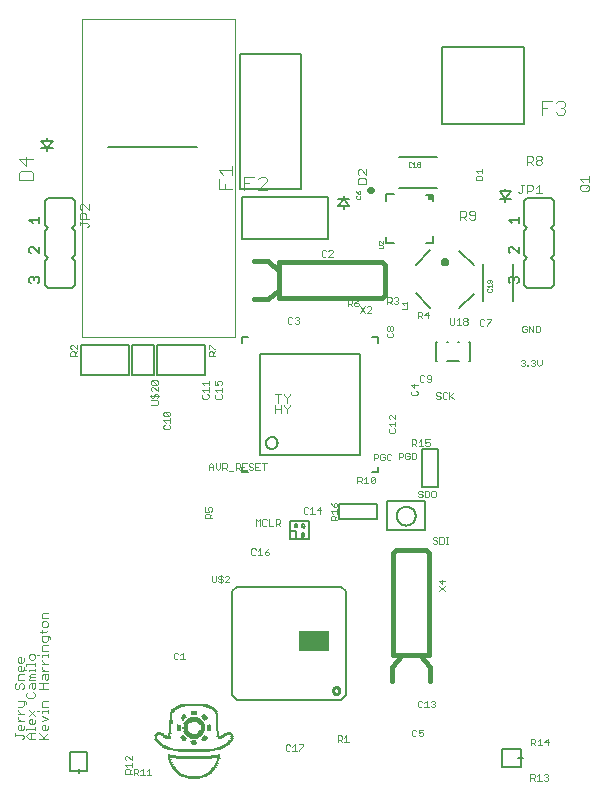
<source format=gto>
G75*
G70*
%OFA0B0*%
%FSLAX24Y24*%
%IPPOS*%
%LPD*%
%AMOC8*
5,1,8,0,0,1.08239X$1,22.5*
%
%ADD10R,0.1020X0.0660*%
%ADD11C,0.0030*%
%ADD12R,0.0420X0.0030*%
%ADD13R,0.0600X0.0030*%
%ADD14R,0.0750X0.0030*%
%ADD15R,0.0270X0.0030*%
%ADD16R,0.0240X0.0030*%
%ADD17R,0.0210X0.0030*%
%ADD18R,0.0180X0.0030*%
%ADD19R,0.0150X0.0030*%
%ADD20R,0.0120X0.0030*%
%ADD21R,0.0090X0.0030*%
%ADD22R,0.1230X0.0030*%
%ADD23R,0.1740X0.0030*%
%ADD24R,0.0300X0.0030*%
%ADD25R,0.1050X0.0030*%
%ADD26R,0.1410X0.0030*%
%ADD27R,0.1650X0.0030*%
%ADD28R,0.0060X0.0030*%
%ADD29R,0.0360X0.0030*%
%ADD30R,0.0450X0.0030*%
%ADD31R,0.0540X0.0030*%
%ADD32R,0.0030X0.0030*%
%ADD33R,0.0570X0.0030*%
%ADD34R,0.0330X0.0030*%
%ADD35R,0.0480X0.0030*%
%ADD36R,0.0390X0.0030*%
%ADD37R,0.1080X0.0030*%
%ADD38R,0.0930X0.0030*%
%ADD39R,0.0660X0.0030*%
%ADD40C,0.0060*%
%ADD41C,0.0020*%
%ADD42C,0.0050*%
%ADD43C,0.0100*%
%ADD44C,0.0080*%
%ADD45C,0.0160*%
%ADD46C,0.0040*%
%ADD47C,0.0220*%
%ADD48C,0.0010*%
%ADD49R,0.0177X0.0167*%
%ADD50C,0.0157*%
%ADD51C,0.0000*%
D10*
X013178Y010349D03*
D11*
X012267Y017926D02*
X012267Y018071D01*
X012364Y018167D01*
X012364Y018216D01*
X012267Y018286D02*
X012267Y018431D01*
X012364Y018527D01*
X012364Y018576D01*
X012267Y018431D02*
X012171Y018527D01*
X012171Y018576D01*
X012069Y018576D02*
X011876Y018576D01*
X011973Y018576D02*
X011973Y018286D01*
X012069Y018216D02*
X012069Y017926D01*
X012069Y018071D02*
X011876Y018071D01*
X011876Y017926D02*
X011876Y018216D01*
X012171Y018216D02*
X012171Y018167D01*
X012267Y018071D01*
X014626Y025576D02*
X014626Y025721D01*
X014674Y025770D01*
X014868Y025770D01*
X014916Y025721D01*
X014916Y025576D01*
X014626Y025576D01*
X014674Y025871D02*
X014626Y025919D01*
X014626Y026016D01*
X014674Y026064D01*
X014722Y026064D01*
X014916Y025871D01*
X014916Y026064D01*
X018046Y024676D02*
X018046Y024386D01*
X018046Y024482D02*
X018191Y024482D01*
X018239Y024531D01*
X018239Y024627D01*
X018191Y024676D01*
X018046Y024676D01*
X018143Y024482D02*
X018239Y024386D01*
X018341Y024434D02*
X018389Y024386D01*
X018486Y024386D01*
X018534Y024434D01*
X018534Y024627D01*
X018486Y024676D01*
X018389Y024676D01*
X018341Y024627D01*
X018341Y024579D01*
X018389Y024531D01*
X018534Y024531D01*
X019972Y025304D02*
X020020Y025256D01*
X020069Y025256D01*
X020117Y025304D01*
X020117Y025546D01*
X020069Y025546D02*
X020165Y025546D01*
X020267Y025546D02*
X020412Y025546D01*
X020460Y025497D01*
X020460Y025401D01*
X020412Y025352D01*
X020267Y025352D01*
X020267Y025256D02*
X020267Y025546D01*
X020561Y025449D02*
X020658Y025546D01*
X020658Y025256D01*
X020561Y025256D02*
X020755Y025256D01*
X020706Y026216D02*
X020609Y026216D01*
X020561Y026264D01*
X020561Y026312D01*
X020609Y026361D01*
X020706Y026361D01*
X020754Y026312D01*
X020754Y026264D01*
X020706Y026216D01*
X020706Y026361D02*
X020754Y026409D01*
X020754Y026457D01*
X020706Y026506D01*
X020609Y026506D01*
X020561Y026457D01*
X020561Y026409D01*
X020609Y026361D01*
X020459Y026361D02*
X020411Y026312D01*
X020266Y026312D01*
X020266Y026216D02*
X020266Y026506D01*
X020411Y026506D01*
X020459Y026457D01*
X020459Y026361D01*
X020363Y026312D02*
X020459Y026216D01*
X022046Y025738D02*
X022336Y025738D01*
X022336Y025834D02*
X022336Y025641D01*
X022336Y025540D02*
X022239Y025443D01*
X022336Y025395D02*
X022288Y025346D01*
X022094Y025346D01*
X022046Y025395D01*
X022046Y025491D01*
X022094Y025540D01*
X022288Y025540D01*
X022336Y025491D01*
X022336Y025395D01*
X022142Y025641D02*
X022046Y025738D01*
X005656Y024904D02*
X005656Y024711D01*
X005462Y024904D01*
X005414Y024904D01*
X005366Y024856D01*
X005366Y024759D01*
X005414Y024711D01*
X005414Y024610D02*
X005511Y024610D01*
X005559Y024561D01*
X005559Y024416D01*
X005656Y024416D02*
X005366Y024416D01*
X005366Y024561D01*
X005414Y024610D01*
X005366Y024315D02*
X005366Y024218D01*
X005366Y024267D02*
X005608Y024267D01*
X005656Y024218D01*
X005656Y024170D01*
X005608Y024122D01*
X004286Y011286D02*
X004141Y011286D01*
X004092Y011237D01*
X004092Y011092D01*
X004286Y011092D01*
X004238Y010991D02*
X004141Y010991D01*
X004092Y010943D01*
X004092Y010846D01*
X004141Y010798D01*
X004238Y010798D01*
X004286Y010846D01*
X004286Y010943D01*
X004238Y010991D01*
X004286Y010698D02*
X004238Y010650D01*
X004044Y010650D01*
X004092Y010698D02*
X004092Y010601D01*
X004092Y010500D02*
X004092Y010355D01*
X004141Y010307D01*
X004238Y010307D01*
X004286Y010355D01*
X004286Y010500D01*
X004334Y010500D02*
X004092Y010500D01*
X004334Y010500D02*
X004383Y010452D01*
X004383Y010403D01*
X004286Y010205D02*
X004141Y010205D01*
X004092Y010157D01*
X004092Y010012D01*
X004286Y010012D01*
X004286Y009912D02*
X004286Y009816D01*
X004286Y009864D02*
X004092Y009864D01*
X004092Y009816D01*
X004092Y009715D02*
X004092Y009667D01*
X004189Y009570D01*
X004286Y009570D02*
X004092Y009570D01*
X004092Y009470D02*
X004092Y009421D01*
X004189Y009324D01*
X004286Y009324D02*
X004092Y009324D01*
X004141Y009223D02*
X004286Y009223D01*
X004286Y009078D01*
X004238Y009030D01*
X004189Y009078D01*
X004189Y009223D01*
X004141Y009223D02*
X004092Y009175D01*
X004092Y009078D01*
X004141Y008929D02*
X004141Y008735D01*
X004286Y008735D02*
X003996Y008735D01*
X003866Y008784D02*
X003818Y008735D01*
X003769Y008784D01*
X003769Y008929D01*
X003721Y008929D02*
X003866Y008929D01*
X003866Y008784D01*
X003818Y008634D02*
X003866Y008586D01*
X003866Y008489D01*
X003818Y008441D01*
X003624Y008441D01*
X003576Y008489D01*
X003576Y008586D01*
X003624Y008634D01*
X003672Y008784D02*
X003672Y008880D01*
X003721Y008929D01*
X003672Y009030D02*
X003672Y009078D01*
X003721Y009127D01*
X003672Y009175D01*
X003721Y009223D01*
X003866Y009223D01*
X003866Y009127D02*
X003721Y009127D01*
X003672Y009030D02*
X003866Y009030D01*
X003996Y008929D02*
X004286Y008929D01*
X003866Y009324D02*
X003866Y009421D01*
X003866Y009373D02*
X003672Y009373D01*
X003672Y009324D01*
X003576Y009373D02*
X003527Y009373D01*
X003486Y009373D02*
X003438Y009324D01*
X003341Y009324D01*
X003292Y009373D01*
X003292Y009470D01*
X003341Y009518D01*
X003389Y009518D01*
X003389Y009324D01*
X003486Y009373D02*
X003486Y009470D01*
X003576Y009521D02*
X003576Y009569D01*
X003866Y009569D01*
X003866Y009521D02*
X003866Y009618D01*
X003818Y009717D02*
X003866Y009766D01*
X003866Y009862D01*
X003818Y009911D01*
X003721Y009911D01*
X003672Y009862D01*
X003672Y009766D01*
X003721Y009717D01*
X003818Y009717D01*
X003947Y009864D02*
X003996Y009864D01*
X003486Y009764D02*
X003486Y009667D01*
X003438Y009619D01*
X003341Y009619D01*
X003292Y009667D01*
X003292Y009764D01*
X003341Y009813D01*
X003389Y009813D01*
X003389Y009619D01*
X003341Y009223D02*
X003486Y009223D01*
X003341Y009223D02*
X003292Y009175D01*
X003292Y009030D01*
X003486Y009030D01*
X003438Y008929D02*
X003486Y008880D01*
X003486Y008784D01*
X003438Y008735D01*
X003341Y008784D02*
X003341Y008880D01*
X003389Y008929D01*
X003438Y008929D01*
X003341Y008784D02*
X003292Y008735D01*
X003244Y008735D01*
X003196Y008784D01*
X003196Y008880D01*
X003244Y008929D01*
X003292Y008339D02*
X003534Y008339D01*
X003583Y008291D01*
X003583Y008243D01*
X003486Y008194D02*
X003486Y008339D01*
X003486Y008194D02*
X003438Y008146D01*
X003292Y008146D01*
X003292Y008045D02*
X003292Y007997D01*
X003389Y007900D01*
X003486Y007900D02*
X003292Y007900D01*
X003292Y007800D02*
X003292Y007752D01*
X003389Y007655D01*
X003486Y007655D02*
X003292Y007655D01*
X003341Y007554D02*
X003292Y007505D01*
X003292Y007409D01*
X003341Y007360D01*
X003438Y007360D01*
X003486Y007409D01*
X003486Y007505D01*
X003389Y007554D02*
X003389Y007360D01*
X003438Y007211D02*
X003196Y007211D01*
X003196Y007259D02*
X003196Y007162D01*
X003438Y007211D02*
X003486Y007162D01*
X003486Y007114D01*
X003438Y007066D01*
X003576Y007162D02*
X003672Y007259D01*
X003866Y007259D01*
X003866Y007360D02*
X003866Y007457D01*
X003866Y007409D02*
X003576Y007409D01*
X003576Y007360D01*
X003721Y007259D02*
X003721Y007066D01*
X003672Y007066D02*
X003576Y007162D01*
X003672Y007066D02*
X003866Y007066D01*
X003996Y007066D02*
X004286Y007066D01*
X004189Y007066D02*
X003996Y007259D01*
X004141Y007360D02*
X004092Y007409D01*
X004092Y007505D01*
X004141Y007554D01*
X004189Y007554D01*
X004189Y007360D01*
X004141Y007360D02*
X004238Y007360D01*
X004286Y007409D01*
X004286Y007505D01*
X004092Y007655D02*
X004286Y007752D01*
X004092Y007848D01*
X004092Y007949D02*
X004092Y007998D01*
X004286Y007998D01*
X004286Y008046D02*
X004286Y007949D01*
X004286Y008146D02*
X004092Y008146D01*
X004092Y008291D01*
X004141Y008339D01*
X004286Y008339D01*
X003996Y007998D02*
X003947Y007998D01*
X003866Y008045D02*
X003672Y007851D01*
X003721Y007750D02*
X003769Y007750D01*
X003769Y007557D01*
X003721Y007557D02*
X003672Y007605D01*
X003672Y007702D01*
X003721Y007750D01*
X003866Y007702D02*
X003866Y007605D01*
X003818Y007557D01*
X003721Y007557D01*
X003866Y007851D02*
X003672Y008045D01*
X003389Y007554D02*
X003341Y007554D01*
X004141Y007114D02*
X004286Y007259D01*
D12*
X008456Y006721D03*
X009176Y005731D03*
X009866Y006721D03*
D13*
X009176Y005761D03*
X009176Y007651D03*
D14*
X009161Y005791D03*
D15*
X008861Y005821D03*
X008441Y006511D03*
X008261Y007141D03*
X008021Y007231D03*
X009161Y007771D03*
D16*
X008966Y007621D03*
X008966Y007231D03*
X009176Y007081D03*
X009716Y008101D03*
X010316Y007231D03*
X010076Y006781D03*
X009476Y005821D03*
X008786Y005851D03*
X008246Y006781D03*
X008276Y007111D03*
D17*
X008831Y007081D03*
X008831Y007771D03*
X008621Y008101D03*
X008561Y008071D03*
X009371Y007621D03*
X009401Y007591D03*
X009521Y007771D03*
X009401Y007261D03*
X009371Y007231D03*
X009521Y007081D03*
X009161Y006931D03*
X009161Y006901D03*
X010061Y007111D03*
X010181Y007171D03*
X010151Y006811D03*
X009551Y005851D03*
D18*
X009596Y005881D03*
X009656Y005911D03*
X010196Y006841D03*
X010256Y006871D03*
X009536Y007111D03*
X009506Y007051D03*
X009416Y007291D03*
X009446Y007351D03*
X009446Y007531D03*
X009416Y007561D03*
X009536Y007741D03*
X009506Y007801D03*
X009176Y007861D03*
X009176Y007891D03*
X009176Y007921D03*
X009176Y007951D03*
X009176Y007981D03*
X008936Y007591D03*
X008906Y007561D03*
X008876Y007441D03*
X008876Y007411D03*
X008906Y007321D03*
X008906Y007291D03*
X008936Y007261D03*
X008816Y007111D03*
X009146Y006961D03*
X008726Y005881D03*
X008186Y006811D03*
X008126Y006841D03*
X008306Y007081D03*
X008156Y007171D03*
X008516Y008041D03*
X009776Y008071D03*
D19*
X009821Y008041D03*
X009671Y007441D03*
X009461Y007441D03*
X009461Y007471D03*
X009461Y007501D03*
X009461Y007411D03*
X009461Y007381D03*
X009431Y007321D03*
X009161Y006991D03*
X009161Y006871D03*
X008891Y007351D03*
X008891Y007381D03*
X008891Y007471D03*
X008891Y007501D03*
X008891Y007531D03*
X008681Y007501D03*
X008681Y007471D03*
X008681Y007441D03*
X008681Y007411D03*
X008681Y007381D03*
X008831Y007051D03*
X008801Y007741D03*
X008831Y007801D03*
X008471Y008011D03*
X008051Y006901D03*
X008081Y006871D03*
X008651Y005941D03*
X008681Y005911D03*
X009701Y005941D03*
X009731Y005971D03*
X009761Y006001D03*
X009791Y006031D03*
X010301Y006901D03*
X010331Y006931D03*
X010361Y006961D03*
X010331Y007261D03*
X010031Y007081D03*
D20*
X010376Y006991D03*
X010406Y007021D03*
X010436Y007081D03*
X010436Y007141D03*
X009986Y006421D03*
X009926Y006241D03*
X009896Y006181D03*
X009866Y006121D03*
X009836Y006091D03*
X009806Y006061D03*
X009506Y007021D03*
X009536Y007141D03*
X009656Y007351D03*
X009656Y007381D03*
X009656Y007411D03*
X009656Y007471D03*
X009656Y007501D03*
X009536Y007711D03*
X009506Y007831D03*
X009866Y008011D03*
X009896Y007981D03*
X008846Y007831D03*
X008456Y007981D03*
X008426Y007951D03*
X008396Y007681D03*
X008396Y007651D03*
X008396Y007621D03*
X008396Y007591D03*
X008396Y007561D03*
X008366Y007231D03*
X008006Y007261D03*
X007916Y007171D03*
X007916Y007051D03*
X007946Y006991D03*
X007976Y006961D03*
X008006Y006931D03*
X008366Y006361D03*
X008396Y006271D03*
X008426Y006211D03*
X008456Y006151D03*
X008486Y006091D03*
X008516Y006061D03*
X008546Y006031D03*
X008576Y006001D03*
X008606Y005971D03*
X008846Y007021D03*
X008816Y007141D03*
X008666Y007351D03*
D21*
X008381Y007351D03*
X008381Y007381D03*
X008381Y007411D03*
X008381Y007441D03*
X008381Y007471D03*
X008381Y007501D03*
X008381Y007531D03*
X008411Y007711D03*
X008411Y007741D03*
X008411Y007771D03*
X008411Y007801D03*
X008411Y007831D03*
X008411Y007861D03*
X008411Y007891D03*
X008411Y007921D03*
X008801Y007711D03*
X008381Y007321D03*
X008381Y007291D03*
X008381Y007261D03*
X008351Y007201D03*
X008351Y007171D03*
X007931Y007021D03*
X007901Y007081D03*
X007901Y007111D03*
X007901Y007141D03*
X008351Y006541D03*
X008351Y006421D03*
X008351Y006391D03*
X008381Y006331D03*
X008381Y006301D03*
X008411Y006241D03*
X008441Y006181D03*
X008471Y006121D03*
X009881Y006151D03*
X009911Y006211D03*
X009941Y006271D03*
X009941Y006301D03*
X009971Y006331D03*
X009971Y006361D03*
X009971Y006391D03*
X010001Y006541D03*
X009971Y007171D03*
X009971Y007201D03*
X009971Y007231D03*
X009971Y007261D03*
X009971Y007291D03*
X009971Y007321D03*
X009941Y007351D03*
X009941Y007381D03*
X009941Y007411D03*
X009941Y007441D03*
X009941Y007471D03*
X009941Y007501D03*
X009941Y007531D03*
X009941Y007561D03*
X009941Y007591D03*
X009941Y007621D03*
X009941Y007651D03*
X009941Y007681D03*
X009941Y007711D03*
X009941Y007741D03*
X009941Y007771D03*
X009941Y007801D03*
X009941Y007831D03*
X009941Y007861D03*
X009941Y007891D03*
X009911Y007921D03*
X009911Y007951D03*
X010421Y007171D03*
X010451Y007111D03*
X010421Y007051D03*
D22*
X009161Y006421D03*
D23*
X009176Y006451D03*
X009176Y006481D03*
D24*
X009896Y006511D03*
X009986Y006751D03*
X010076Y007141D03*
X009626Y008131D03*
X008726Y008131D03*
X008036Y007201D03*
X008336Y006751D03*
D25*
X009161Y006631D03*
D26*
X009161Y006661D03*
D27*
X009161Y006691D03*
D28*
X009506Y006991D03*
X008846Y006991D03*
X008816Y007171D03*
X008816Y007681D03*
X008846Y007861D03*
X009506Y007861D03*
D29*
X009176Y007111D03*
D30*
X009161Y007141D03*
D31*
X009176Y007171D03*
X009176Y007681D03*
D32*
X009521Y007681D03*
X009701Y007531D03*
X009521Y007171D03*
X008651Y007531D03*
D33*
X009161Y007201D03*
D34*
X010301Y007201D03*
D35*
X009176Y007711D03*
D36*
X009161Y007741D03*
D37*
X009176Y008161D03*
D38*
X009161Y008191D03*
D39*
X009176Y008221D03*
D40*
X017239Y019655D02*
X017276Y019655D01*
X017239Y019655D02*
X017239Y020293D01*
X017276Y020293D01*
X017593Y020293D02*
X017631Y020293D01*
X017967Y020293D02*
X018005Y020293D01*
X018322Y020293D02*
X018359Y020293D01*
X018359Y019655D01*
X018322Y019655D01*
X018005Y019655D02*
X017593Y019655D01*
X020181Y022191D02*
X020281Y022091D01*
X021081Y022091D01*
X021181Y022191D01*
X021181Y022991D01*
X021081Y023091D01*
X021181Y023191D01*
X021181Y023991D01*
X021081Y024091D01*
X021181Y024191D01*
X021181Y024991D01*
X021081Y025091D01*
X020281Y025091D01*
X020181Y024991D01*
X020181Y024191D01*
X020281Y024091D01*
X020181Y023991D01*
X020181Y023191D01*
X020281Y023091D01*
X020181Y022991D01*
X020181Y022191D01*
X009281Y026791D02*
X006311Y026791D01*
X005101Y025091D02*
X005201Y024991D01*
X005201Y024191D01*
X005101Y024091D01*
X005201Y023991D01*
X005201Y023191D01*
X005101Y023091D01*
X005201Y022991D01*
X005201Y022191D01*
X005101Y022091D01*
X004301Y022091D01*
X004201Y022191D01*
X004201Y022991D01*
X004301Y023091D01*
X004201Y023191D01*
X004201Y023991D01*
X004301Y024091D01*
X004201Y024191D01*
X004201Y024991D01*
X004301Y025091D01*
X005101Y025091D01*
D41*
X005086Y020212D02*
X005050Y020175D01*
X005050Y020102D01*
X005086Y020065D01*
X005086Y019991D02*
X005160Y019991D01*
X005196Y019954D01*
X005196Y019844D01*
X005196Y019917D02*
X005270Y019991D01*
X005270Y020065D02*
X005123Y020212D01*
X005086Y020212D01*
X005270Y020212D02*
X005270Y020065D01*
X005086Y019991D02*
X005050Y019954D01*
X005050Y019844D01*
X005270Y019844D01*
X007740Y018986D02*
X007777Y019023D01*
X007923Y018876D01*
X007960Y018913D01*
X007960Y018986D01*
X007923Y019023D01*
X007777Y019023D01*
X007740Y018986D02*
X007740Y018913D01*
X007777Y018876D01*
X007923Y018876D01*
X007960Y018802D02*
X007960Y018655D01*
X007813Y018802D01*
X007777Y018802D01*
X007740Y018765D01*
X007740Y018692D01*
X007777Y018655D01*
X007777Y018581D02*
X007740Y018544D01*
X007740Y018471D01*
X007777Y018434D01*
X007813Y018434D01*
X007850Y018471D01*
X007850Y018544D01*
X007887Y018581D01*
X007923Y018581D01*
X007960Y018544D01*
X007960Y018471D01*
X007923Y018434D01*
X007923Y018360D02*
X007740Y018360D01*
X007740Y018213D02*
X007923Y018213D01*
X007960Y018250D01*
X007960Y018323D01*
X007923Y018360D01*
X007997Y018507D02*
X007703Y018507D01*
X008185Y017982D02*
X008332Y017835D01*
X008369Y017872D01*
X008369Y017945D01*
X008332Y017982D01*
X008185Y017982D01*
X008149Y017945D01*
X008149Y017872D01*
X008185Y017835D01*
X008332Y017835D01*
X008369Y017761D02*
X008369Y017614D01*
X008369Y017688D02*
X008149Y017688D01*
X008222Y017614D01*
X008185Y017540D02*
X008149Y017503D01*
X008149Y017430D01*
X008185Y017393D01*
X008332Y017393D01*
X008369Y017430D01*
X008369Y017503D01*
X008332Y017540D01*
X009434Y018457D02*
X009470Y018420D01*
X009617Y018420D01*
X009654Y018457D01*
X009654Y018531D01*
X009617Y018567D01*
X009654Y018641D02*
X009654Y018788D01*
X009654Y018715D02*
X009434Y018715D01*
X009507Y018641D01*
X009470Y018567D02*
X009434Y018531D01*
X009434Y018457D01*
X009507Y018862D02*
X009434Y018936D01*
X009654Y018936D01*
X009654Y019009D02*
X009654Y018862D01*
X009869Y018856D02*
X009979Y018856D01*
X009942Y018929D01*
X009942Y018966D01*
X009979Y019002D01*
X010052Y019002D01*
X010089Y018966D01*
X010089Y018892D01*
X010052Y018856D01*
X010089Y018781D02*
X010089Y018635D01*
X010089Y018708D02*
X009869Y018708D01*
X009942Y018635D01*
X009905Y018560D02*
X009869Y018524D01*
X009869Y018450D01*
X009905Y018414D01*
X010052Y018414D01*
X010089Y018450D01*
X010089Y018524D01*
X010052Y018560D01*
X009869Y018856D02*
X009869Y019002D01*
X009874Y019844D02*
X009654Y019844D01*
X009654Y019954D01*
X009691Y019991D01*
X009764Y019991D01*
X009801Y019954D01*
X009801Y019844D01*
X009801Y019917D02*
X009874Y019991D01*
X009874Y020065D02*
X009838Y020065D01*
X009691Y020212D01*
X009654Y020212D01*
X009654Y020065D01*
X012304Y020951D02*
X012340Y020915D01*
X012414Y020915D01*
X012450Y020951D01*
X012525Y020951D02*
X012561Y020915D01*
X012635Y020915D01*
X012671Y020951D01*
X012671Y020988D01*
X012635Y021025D01*
X012598Y021025D01*
X012635Y021025D02*
X012671Y021061D01*
X012671Y021098D01*
X012635Y021135D01*
X012561Y021135D01*
X012525Y021098D01*
X012450Y021098D02*
X012414Y021135D01*
X012340Y021135D01*
X012304Y021098D01*
X012304Y020951D01*
X013466Y023147D02*
X013429Y023184D01*
X013429Y023330D01*
X013466Y023367D01*
X013539Y023367D01*
X013576Y023330D01*
X013650Y023330D02*
X013687Y023367D01*
X013760Y023367D01*
X013797Y023330D01*
X013797Y023294D01*
X013650Y023147D01*
X013797Y023147D01*
X013576Y023184D02*
X013539Y023147D01*
X013466Y023147D01*
X014291Y021721D02*
X014401Y021721D01*
X014438Y021684D01*
X014438Y021611D01*
X014401Y021574D01*
X014291Y021574D01*
X014364Y021574D02*
X014438Y021501D01*
X014512Y021537D02*
X014512Y021611D01*
X014622Y021611D01*
X014659Y021574D01*
X014659Y021537D01*
X014622Y021501D01*
X014549Y021501D01*
X014512Y021537D01*
X014512Y021611D02*
X014585Y021684D01*
X014659Y021721D01*
X014716Y021493D02*
X014863Y021273D01*
X014937Y021273D02*
X015084Y021419D01*
X015084Y021456D01*
X015047Y021493D01*
X014974Y021493D01*
X014937Y021456D01*
X014863Y021493D02*
X014716Y021273D01*
X014937Y021273D02*
X015084Y021273D01*
X015605Y021574D02*
X015605Y021794D01*
X015715Y021794D01*
X015752Y021758D01*
X015752Y021684D01*
X015715Y021648D01*
X015605Y021648D01*
X015678Y021648D02*
X015752Y021574D01*
X015826Y021611D02*
X015862Y021574D01*
X015936Y021574D01*
X015973Y021611D01*
X015973Y021648D01*
X015936Y021684D01*
X015899Y021684D01*
X015936Y021684D02*
X015973Y021721D01*
X015973Y021758D01*
X015936Y021794D01*
X015862Y021794D01*
X015826Y021758D01*
X016626Y021313D02*
X016626Y021093D01*
X016626Y021166D02*
X016736Y021166D01*
X016773Y021203D01*
X016773Y021276D01*
X016736Y021313D01*
X016626Y021313D01*
X016700Y021166D02*
X016773Y021093D01*
X016847Y021203D02*
X016994Y021203D01*
X016957Y021313D02*
X016847Y021203D01*
X016957Y021093D02*
X016957Y021313D01*
X017699Y021104D02*
X017699Y020920D01*
X017736Y020884D01*
X017809Y020884D01*
X017846Y020920D01*
X017846Y021104D01*
X017920Y021031D02*
X017994Y021104D01*
X017994Y020884D01*
X018067Y020884D02*
X017920Y020884D01*
X018141Y020920D02*
X018141Y020957D01*
X018178Y020994D01*
X018251Y020994D01*
X018288Y020957D01*
X018288Y020920D01*
X018251Y020884D01*
X018178Y020884D01*
X018141Y020920D01*
X018178Y020994D02*
X018141Y021031D01*
X018141Y021067D01*
X018178Y021104D01*
X018251Y021104D01*
X018288Y021067D01*
X018288Y021031D01*
X018251Y020994D01*
X018699Y021028D02*
X018699Y020881D01*
X018735Y020844D01*
X018809Y020844D01*
X018846Y020881D01*
X018920Y020881D02*
X018920Y020844D01*
X018920Y020881D02*
X019066Y021028D01*
X019066Y021065D01*
X018920Y021065D01*
X018846Y021028D02*
X018809Y021065D01*
X018735Y021065D01*
X018699Y021028D01*
X020115Y020807D02*
X020115Y020660D01*
X020152Y020624D01*
X020225Y020624D01*
X020262Y020660D01*
X020262Y020734D01*
X020189Y020734D01*
X020262Y020807D02*
X020225Y020844D01*
X020152Y020844D01*
X020115Y020807D01*
X020336Y020844D02*
X020483Y020624D01*
X020483Y020844D01*
X020557Y020844D02*
X020667Y020844D01*
X020704Y020807D01*
X020704Y020660D01*
X020667Y020624D01*
X020557Y020624D01*
X020557Y020844D01*
X020336Y020844D02*
X020336Y020624D01*
X020421Y019712D02*
X020495Y019712D01*
X020531Y019675D01*
X020531Y019639D01*
X020495Y019602D01*
X020531Y019565D01*
X020531Y019529D01*
X020495Y019492D01*
X020421Y019492D01*
X020385Y019529D01*
X020311Y019529D02*
X020311Y019492D01*
X020274Y019492D01*
X020274Y019529D01*
X020311Y019529D01*
X020200Y019529D02*
X020163Y019492D01*
X020090Y019492D01*
X020053Y019529D01*
X020127Y019602D02*
X020163Y019602D01*
X020200Y019565D01*
X020200Y019529D01*
X020163Y019602D02*
X020200Y019639D01*
X020200Y019675D01*
X020163Y019712D01*
X020090Y019712D01*
X020053Y019675D01*
X020385Y019675D02*
X020421Y019712D01*
X020458Y019602D02*
X020495Y019602D01*
X020606Y019565D02*
X020679Y019492D01*
X020752Y019565D01*
X020752Y019712D01*
X020606Y019712D02*
X020606Y019565D01*
X017827Y018629D02*
X017680Y018483D01*
X017717Y018519D02*
X017827Y018409D01*
X017680Y018409D02*
X017680Y018629D01*
X017606Y018593D02*
X017569Y018629D01*
X017496Y018629D01*
X017459Y018593D01*
X017459Y018446D01*
X017496Y018409D01*
X017569Y018409D01*
X017606Y018446D01*
X017385Y018446D02*
X017348Y018409D01*
X017275Y018409D01*
X017238Y018446D01*
X017275Y018519D02*
X017238Y018556D01*
X017238Y018593D01*
X017275Y018629D01*
X017348Y018629D01*
X017385Y018593D01*
X017348Y018519D02*
X017385Y018483D01*
X017385Y018446D01*
X017348Y018519D02*
X017275Y018519D01*
X017033Y018973D02*
X017069Y019010D01*
X017069Y019157D01*
X017033Y019194D01*
X016959Y019194D01*
X016922Y019157D01*
X016922Y019120D01*
X016959Y019083D01*
X017069Y019083D01*
X017033Y018973D02*
X016959Y018973D01*
X016922Y019010D01*
X016848Y019010D02*
X016812Y018973D01*
X016738Y018973D01*
X016701Y019010D01*
X016701Y019157D01*
X016738Y019194D01*
X016812Y019194D01*
X016848Y019157D01*
X016619Y018866D02*
X016399Y018866D01*
X016509Y018756D01*
X016509Y018902D01*
X016582Y018681D02*
X016619Y018645D01*
X016619Y018571D01*
X016582Y018535D01*
X016435Y018535D01*
X016399Y018571D01*
X016399Y018645D01*
X016435Y018681D01*
X015884Y017871D02*
X015884Y017724D01*
X015737Y017871D01*
X015700Y017871D01*
X015664Y017834D01*
X015664Y017761D01*
X015700Y017724D01*
X015664Y017576D02*
X015884Y017576D01*
X015884Y017503D02*
X015884Y017650D01*
X015737Y017503D02*
X015664Y017576D01*
X015700Y017429D02*
X015664Y017392D01*
X015664Y017319D01*
X015700Y017282D01*
X015847Y017282D01*
X015884Y017319D01*
X015884Y017392D01*
X015847Y017429D01*
X016434Y017057D02*
X016434Y016837D01*
X016434Y016910D02*
X016544Y016910D01*
X016581Y016947D01*
X016581Y017021D01*
X016544Y017057D01*
X016434Y017057D01*
X016508Y016910D02*
X016581Y016837D01*
X016655Y016837D02*
X016802Y016837D01*
X016729Y016837D02*
X016729Y017057D01*
X016655Y016984D01*
X016876Y016947D02*
X016950Y016984D01*
X016986Y016984D01*
X017023Y016947D01*
X017023Y016874D01*
X016986Y016837D01*
X016913Y016837D01*
X016876Y016874D01*
X016876Y016947D02*
X016876Y017057D01*
X017023Y017057D01*
X016537Y016618D02*
X016573Y016581D01*
X016573Y016434D01*
X016537Y016398D01*
X016427Y016398D01*
X016427Y016618D01*
X016537Y016618D01*
X016352Y016581D02*
X016316Y016618D01*
X016242Y016618D01*
X016206Y016581D01*
X016206Y016434D01*
X016242Y016398D01*
X016316Y016398D01*
X016352Y016434D01*
X016352Y016508D01*
X016279Y016508D01*
X016131Y016508D02*
X016095Y016471D01*
X015985Y016471D01*
X015985Y016398D02*
X015985Y016618D01*
X016095Y016618D01*
X016131Y016581D01*
X016131Y016508D01*
X015747Y016542D02*
X015710Y016578D01*
X015637Y016578D01*
X015600Y016542D01*
X015600Y016395D01*
X015637Y016358D01*
X015710Y016358D01*
X015747Y016395D01*
X015526Y016395D02*
X015526Y016468D01*
X015452Y016468D01*
X015379Y016395D02*
X015416Y016358D01*
X015489Y016358D01*
X015526Y016395D01*
X015526Y016542D02*
X015489Y016578D01*
X015416Y016578D01*
X015379Y016542D01*
X015379Y016395D01*
X015305Y016468D02*
X015268Y016432D01*
X015158Y016432D01*
X015158Y016358D02*
X015158Y016578D01*
X015268Y016578D01*
X015305Y016542D01*
X015305Y016468D01*
X015166Y015810D02*
X015203Y015773D01*
X015056Y015626D01*
X015093Y015590D01*
X015166Y015590D01*
X015203Y015626D01*
X015203Y015773D01*
X015166Y015810D02*
X015093Y015810D01*
X015056Y015773D01*
X015056Y015626D01*
X014982Y015590D02*
X014835Y015590D01*
X014761Y015590D02*
X014688Y015663D01*
X014725Y015663D02*
X014614Y015663D01*
X014614Y015590D02*
X014614Y015810D01*
X014725Y015810D01*
X014761Y015773D01*
X014761Y015700D01*
X014725Y015663D01*
X014835Y015737D02*
X014909Y015810D01*
X014909Y015590D01*
X013946Y014913D02*
X013946Y014840D01*
X013910Y014803D01*
X013836Y014803D01*
X013836Y014913D01*
X013873Y014950D01*
X013910Y014950D01*
X013946Y014913D01*
X013836Y014803D02*
X013763Y014876D01*
X013726Y014950D01*
X013726Y014655D02*
X013946Y014655D01*
X013946Y014582D02*
X013946Y014729D01*
X013800Y014582D02*
X013726Y014655D01*
X013763Y014508D02*
X013836Y014508D01*
X013873Y014471D01*
X013873Y014361D01*
X013946Y014361D02*
X013726Y014361D01*
X013726Y014471D01*
X013763Y014508D01*
X013873Y014434D02*
X013946Y014508D01*
X013412Y014690D02*
X013265Y014690D01*
X013375Y014800D01*
X013375Y014580D01*
X013191Y014580D02*
X013044Y014580D01*
X013117Y014580D02*
X013117Y014800D01*
X013044Y014727D01*
X012970Y014764D02*
X012933Y014800D01*
X012860Y014800D01*
X012823Y014764D01*
X012823Y014617D01*
X012860Y014580D01*
X012933Y014580D01*
X012970Y014617D01*
X012036Y014364D02*
X012036Y014291D01*
X011999Y014254D01*
X011889Y014254D01*
X011889Y014181D02*
X011889Y014401D01*
X011999Y014401D01*
X012036Y014364D01*
X011963Y014254D02*
X012036Y014181D01*
X011815Y014181D02*
X011668Y014181D01*
X011668Y014401D01*
X011594Y014364D02*
X011557Y014401D01*
X011484Y014401D01*
X011447Y014364D01*
X011447Y014218D01*
X011484Y014181D01*
X011557Y014181D01*
X011594Y014218D01*
X011373Y014181D02*
X011373Y014401D01*
X011300Y014328D01*
X011226Y014401D01*
X011226Y014181D01*
X011191Y013423D02*
X011118Y013423D01*
X011081Y013386D01*
X011081Y013239D01*
X011118Y013203D01*
X011191Y013203D01*
X011228Y013239D01*
X011302Y013203D02*
X011449Y013203D01*
X011376Y013203D02*
X011376Y013423D01*
X011302Y013349D01*
X011228Y013386D02*
X011191Y013423D01*
X011523Y013313D02*
X011633Y013313D01*
X011670Y013276D01*
X011670Y013239D01*
X011633Y013203D01*
X011560Y013203D01*
X011523Y013239D01*
X011523Y013313D01*
X011596Y013386D01*
X011670Y013423D01*
X010347Y012480D02*
X010311Y012517D01*
X010237Y012517D01*
X010201Y012480D01*
X010126Y012480D02*
X010090Y012517D01*
X010016Y012517D01*
X009980Y012480D01*
X009980Y012443D01*
X010016Y012407D01*
X010090Y012407D01*
X010126Y012370D01*
X010126Y012333D01*
X010090Y012297D01*
X010016Y012297D01*
X009980Y012333D01*
X009905Y012333D02*
X009905Y012517D01*
X009759Y012517D02*
X009759Y012333D01*
X009795Y012297D01*
X009869Y012297D01*
X009905Y012333D01*
X010053Y012260D02*
X010053Y012554D01*
X010201Y012297D02*
X010347Y012443D01*
X010347Y012480D01*
X010347Y012297D02*
X010201Y012297D01*
X009768Y014432D02*
X009548Y014432D01*
X009548Y014542D01*
X009584Y014579D01*
X009658Y014579D01*
X009694Y014542D01*
X009694Y014432D01*
X009694Y014505D02*
X009768Y014579D01*
X009731Y014653D02*
X009768Y014690D01*
X009768Y014763D01*
X009731Y014800D01*
X009658Y014800D01*
X009621Y014763D01*
X009621Y014726D01*
X009658Y014653D01*
X009548Y014653D01*
X009548Y014800D01*
X009671Y016043D02*
X009671Y016190D01*
X009745Y016263D01*
X009818Y016190D01*
X009818Y016043D01*
X009892Y016116D02*
X009966Y016043D01*
X010039Y016116D01*
X010039Y016263D01*
X010113Y016263D02*
X010223Y016263D01*
X010260Y016227D01*
X010260Y016153D01*
X010223Y016116D01*
X010113Y016116D01*
X010113Y016043D02*
X010113Y016263D01*
X010187Y016116D02*
X010260Y016043D01*
X010334Y016006D02*
X010481Y016006D01*
X010555Y016043D02*
X010555Y016263D01*
X010665Y016263D01*
X010702Y016227D01*
X010702Y016153D01*
X010665Y016116D01*
X010555Y016116D01*
X010629Y016116D02*
X010702Y016043D01*
X010776Y016043D02*
X010923Y016043D01*
X010997Y016080D02*
X011034Y016043D01*
X011107Y016043D01*
X011144Y016080D01*
X011144Y016116D01*
X011107Y016153D01*
X011034Y016153D01*
X010997Y016190D01*
X010997Y016227D01*
X011034Y016263D01*
X011107Y016263D01*
X011144Y016227D01*
X011218Y016263D02*
X011218Y016043D01*
X011365Y016043D01*
X011292Y016153D02*
X011218Y016153D01*
X011218Y016263D02*
X011365Y016263D01*
X011439Y016263D02*
X011586Y016263D01*
X011513Y016263D02*
X011513Y016043D01*
X010923Y016263D02*
X010776Y016263D01*
X010776Y016043D01*
X010776Y016153D02*
X010850Y016153D01*
X009892Y016116D02*
X009892Y016263D01*
X009818Y016153D02*
X009671Y016153D01*
X008791Y009949D02*
X008791Y009729D01*
X008718Y009729D02*
X008864Y009729D01*
X008718Y009876D02*
X008791Y009949D01*
X008643Y009912D02*
X008607Y009949D01*
X008533Y009949D01*
X008497Y009912D01*
X008497Y009766D01*
X008533Y009729D01*
X008607Y009729D01*
X008643Y009766D01*
X007098Y006506D02*
X007098Y006359D01*
X006951Y006506D01*
X006914Y006506D01*
X006878Y006470D01*
X006878Y006396D01*
X006914Y006359D01*
X006878Y006212D02*
X007098Y006212D01*
X007098Y006139D02*
X007098Y006285D01*
X006951Y006139D02*
X006878Y006212D01*
X006914Y006064D02*
X006988Y006064D01*
X007025Y006028D01*
X007025Y005918D01*
X007025Y005991D02*
X007098Y006064D01*
X007160Y006076D02*
X007160Y005856D01*
X007160Y005930D02*
X007270Y005930D01*
X007307Y005966D01*
X007307Y006040D01*
X007270Y006076D01*
X007160Y006076D01*
X007233Y005930D02*
X007307Y005856D01*
X007381Y005856D02*
X007528Y005856D01*
X007454Y005856D02*
X007454Y006076D01*
X007381Y006003D01*
X007602Y006003D02*
X007675Y006076D01*
X007675Y005856D01*
X007602Y005856D02*
X007749Y005856D01*
X007098Y005918D02*
X006878Y005918D01*
X006878Y006028D01*
X006914Y006064D01*
X012224Y006708D02*
X012261Y006671D01*
X012334Y006671D01*
X012371Y006708D01*
X012445Y006671D02*
X012592Y006671D01*
X012519Y006671D02*
X012519Y006891D01*
X012445Y006818D01*
X012371Y006854D02*
X012334Y006891D01*
X012261Y006891D01*
X012224Y006854D01*
X012224Y006708D01*
X012666Y006708D02*
X012666Y006671D01*
X012666Y006708D02*
X012813Y006854D01*
X012813Y006891D01*
X012666Y006891D01*
X013953Y006970D02*
X013953Y007190D01*
X014063Y007190D01*
X014100Y007154D01*
X014100Y007080D01*
X014063Y007044D01*
X013953Y007044D01*
X014027Y007044D02*
X014100Y006970D01*
X014174Y006970D02*
X014321Y006970D01*
X014248Y006970D02*
X014248Y007190D01*
X014174Y007117D01*
X016435Y007203D02*
X016472Y007166D01*
X016545Y007166D01*
X016582Y007203D01*
X016656Y007203D02*
X016693Y007166D01*
X016766Y007166D01*
X016803Y007203D01*
X016803Y007276D01*
X016766Y007313D01*
X016729Y007313D01*
X016656Y007276D01*
X016656Y007386D01*
X016803Y007386D01*
X016582Y007349D02*
X016545Y007386D01*
X016472Y007386D01*
X016435Y007349D01*
X016435Y007203D01*
X016661Y008134D02*
X016735Y008134D01*
X016771Y008171D01*
X016846Y008134D02*
X016992Y008134D01*
X016919Y008134D02*
X016919Y008354D01*
X016846Y008281D01*
X016771Y008318D02*
X016735Y008354D01*
X016661Y008354D01*
X016625Y008318D01*
X016625Y008171D01*
X016661Y008134D01*
X017066Y008171D02*
X017103Y008134D01*
X017177Y008134D01*
X017213Y008171D01*
X017213Y008208D01*
X017177Y008244D01*
X017140Y008244D01*
X017177Y008244D02*
X017213Y008281D01*
X017213Y008318D01*
X017177Y008354D01*
X017103Y008354D01*
X017066Y008318D01*
X017321Y012014D02*
X017541Y012161D01*
X017431Y012235D02*
X017431Y012382D01*
X017541Y012346D02*
X017321Y012346D01*
X017431Y012235D01*
X017321Y012161D02*
X017541Y012014D01*
X017570Y013579D02*
X017643Y013579D01*
X017607Y013579D02*
X017607Y013799D01*
X017643Y013799D02*
X017570Y013799D01*
X017496Y013762D02*
X017459Y013799D01*
X017349Y013799D01*
X017349Y013579D01*
X017459Y013579D01*
X017496Y013615D01*
X017496Y013762D01*
X017275Y013762D02*
X017238Y013799D01*
X017165Y013799D01*
X017128Y013762D01*
X017128Y013725D01*
X017165Y013689D01*
X017238Y013689D01*
X017275Y013652D01*
X017275Y013615D01*
X017238Y013579D01*
X017165Y013579D01*
X017128Y013615D01*
X017118Y015130D02*
X017192Y015130D01*
X017229Y015166D01*
X017229Y015313D01*
X017192Y015350D01*
X017118Y015350D01*
X017082Y015313D01*
X017082Y015166D01*
X017118Y015130D01*
X017008Y015166D02*
X017008Y015313D01*
X016971Y015350D01*
X016861Y015350D01*
X016861Y015130D01*
X016971Y015130D01*
X017008Y015166D01*
X016787Y015166D02*
X016750Y015130D01*
X016676Y015130D01*
X016640Y015166D01*
X016676Y015240D02*
X016750Y015240D01*
X016787Y015203D01*
X016787Y015166D01*
X016676Y015240D02*
X016640Y015276D01*
X016640Y015313D01*
X016676Y015350D01*
X016750Y015350D01*
X016787Y015313D01*
X015770Y020461D02*
X015623Y020461D01*
X015586Y020497D01*
X015586Y020571D01*
X015623Y020608D01*
X015623Y020682D02*
X015660Y020682D01*
X015696Y020718D01*
X015696Y020792D01*
X015733Y020829D01*
X015770Y020829D01*
X015806Y020792D01*
X015806Y020718D01*
X015770Y020682D01*
X015733Y020682D01*
X015696Y020718D01*
X015696Y020792D02*
X015660Y020829D01*
X015623Y020829D01*
X015586Y020792D01*
X015586Y020718D01*
X015623Y020682D01*
X015770Y020608D02*
X015806Y020571D01*
X015806Y020497D01*
X015770Y020461D01*
X014291Y021501D02*
X014291Y021721D01*
X018556Y025705D02*
X018556Y025815D01*
X018593Y025851D01*
X018739Y025851D01*
X018776Y025815D01*
X018776Y025705D01*
X018556Y025705D01*
X018629Y025926D02*
X018556Y025999D01*
X018776Y025999D01*
X018776Y025926D02*
X018776Y026072D01*
X020404Y007076D02*
X020514Y007076D01*
X020551Y007040D01*
X020551Y006966D01*
X020514Y006930D01*
X020404Y006930D01*
X020477Y006930D02*
X020551Y006856D01*
X020625Y006856D02*
X020772Y006856D01*
X020698Y006856D02*
X020698Y007076D01*
X020625Y007003D01*
X020846Y006966D02*
X020956Y007076D01*
X020956Y006856D01*
X020993Y006966D02*
X020846Y006966D01*
X020404Y006856D02*
X020404Y007076D01*
X020384Y005903D02*
X020494Y005903D01*
X020531Y005866D01*
X020531Y005793D01*
X020494Y005756D01*
X020384Y005756D01*
X020384Y005683D02*
X020384Y005903D01*
X020458Y005756D02*
X020531Y005683D01*
X020605Y005683D02*
X020752Y005683D01*
X020679Y005683D02*
X020679Y005903D01*
X020605Y005830D01*
X020826Y005866D02*
X020863Y005903D01*
X020936Y005903D01*
X020973Y005866D01*
X020973Y005830D01*
X020936Y005793D01*
X020973Y005756D01*
X020973Y005720D01*
X020936Y005683D01*
X020863Y005683D01*
X020826Y005720D01*
X020900Y005793D02*
X020936Y005793D01*
D42*
X005023Y005998D02*
X005023Y006628D01*
X005614Y006628D01*
X005614Y005998D01*
X005323Y005998D01*
X005319Y005998D01*
X005319Y006037D01*
X005319Y005939D01*
X005323Y005998D02*
X005023Y005998D01*
X005319Y006037D02*
X005319Y006080D01*
X012376Y013732D02*
X012573Y013732D01*
X012573Y014008D01*
X012376Y014008D01*
X012376Y014323D01*
X013006Y014323D01*
X013006Y013732D01*
X012573Y013732D01*
X012966Y013732D01*
X012848Y013827D02*
X012848Y013838D01*
X012824Y013862D01*
X012789Y013862D01*
X012848Y013921D01*
X012824Y013945D01*
X012777Y013945D01*
X012777Y013791D01*
X012813Y013791D01*
X012848Y013827D01*
X012848Y014110D02*
X012848Y014157D01*
X012872Y014157D01*
X012848Y014157D02*
X012824Y014157D01*
X012848Y014157D02*
X012813Y014122D01*
X012777Y014122D01*
X012754Y014146D01*
X012754Y014216D01*
X012777Y014240D01*
X012836Y014240D01*
X012612Y014228D02*
X012612Y014193D01*
X012588Y014169D01*
X012612Y014146D01*
X012612Y014122D01*
X012541Y014122D02*
X012541Y014240D01*
X012600Y014240D01*
X012612Y014228D01*
X012376Y014008D02*
X012376Y013732D01*
X014012Y014404D02*
X015271Y014404D01*
X015271Y014916D01*
X014012Y014916D01*
X014012Y014404D01*
X015104Y015957D02*
X015301Y015957D01*
X015301Y016153D01*
X014711Y016547D02*
X011364Y016547D01*
X011364Y019894D01*
X014711Y019894D01*
X014711Y016547D01*
X015614Y015013D02*
X015614Y014029D01*
X016874Y014029D01*
X016874Y015013D01*
X015614Y015013D01*
X015929Y014502D02*
X015931Y014537D01*
X015937Y014572D01*
X015947Y014606D01*
X015960Y014639D01*
X015977Y014670D01*
X015998Y014698D01*
X016021Y014725D01*
X016048Y014748D01*
X016076Y014769D01*
X016107Y014786D01*
X016140Y014799D01*
X016174Y014809D01*
X016209Y014815D01*
X016244Y014817D01*
X016279Y014815D01*
X016314Y014809D01*
X016348Y014799D01*
X016381Y014786D01*
X016412Y014769D01*
X016440Y014748D01*
X016467Y014725D01*
X016490Y014698D01*
X016511Y014670D01*
X016528Y014639D01*
X016541Y014606D01*
X016551Y014572D01*
X016557Y014537D01*
X016559Y014502D01*
X016557Y014467D01*
X016551Y014432D01*
X016541Y014398D01*
X016528Y014365D01*
X016511Y014334D01*
X016490Y014306D01*
X016467Y014279D01*
X016440Y014256D01*
X016412Y014235D01*
X016381Y014218D01*
X016348Y014205D01*
X016314Y014195D01*
X016279Y014189D01*
X016244Y014187D01*
X016209Y014189D01*
X016174Y014195D01*
X016140Y014205D01*
X016107Y014218D01*
X016076Y014235D01*
X016048Y014256D01*
X016021Y014279D01*
X015998Y014306D01*
X015977Y014334D01*
X015960Y014365D01*
X015947Y014398D01*
X015937Y014432D01*
X015931Y014467D01*
X015929Y014502D01*
X016776Y015479D02*
X016776Y016739D01*
X017288Y016739D01*
X017288Y015479D01*
X016776Y015479D01*
X015301Y020287D02*
X015301Y020484D01*
X015104Y020484D01*
X013631Y023741D02*
X010781Y023741D01*
X010781Y025141D01*
X013631Y025141D01*
X013631Y023741D01*
X014161Y024730D02*
X014161Y024826D01*
X014348Y024826D01*
X014161Y025076D01*
X014161Y025172D01*
X014161Y025076D02*
X014348Y025076D01*
X014161Y025076D02*
X013973Y025076D01*
X014161Y025076D02*
X013973Y024826D01*
X014161Y024826D01*
X012726Y025396D02*
X012726Y029917D01*
X010716Y029917D01*
X010716Y025396D01*
X012726Y025396D01*
X012018Y022428D02*
X012018Y022388D01*
X012018Y022369D01*
X010971Y020484D02*
X010774Y020484D01*
X010774Y020287D01*
X009549Y020217D02*
X009549Y019193D01*
X007935Y019193D01*
X007935Y020217D01*
X009549Y020217D01*
X007834Y020207D02*
X007834Y019272D01*
X007834Y019203D01*
X007106Y019203D01*
X007106Y020207D01*
X007834Y020207D01*
X007014Y020217D02*
X007014Y019193D01*
X005400Y019193D01*
X005400Y020217D01*
X007014Y020217D01*
X007834Y019272D02*
X007834Y019253D01*
X010774Y016153D02*
X010774Y015957D01*
X010971Y015957D01*
X010872Y015957D02*
X010774Y015957D01*
X010774Y016055D01*
X011561Y016941D02*
X011563Y016968D01*
X011569Y016995D01*
X011578Y017021D01*
X011591Y017045D01*
X011607Y017068D01*
X011626Y017087D01*
X011648Y017104D01*
X011672Y017118D01*
X011697Y017128D01*
X011724Y017135D01*
X011751Y017138D01*
X011779Y017137D01*
X011806Y017132D01*
X011832Y017124D01*
X011856Y017112D01*
X011879Y017096D01*
X011900Y017078D01*
X011917Y017057D01*
X011932Y017033D01*
X011943Y017008D01*
X011951Y016982D01*
X011955Y016955D01*
X011955Y016927D01*
X011951Y016900D01*
X011943Y016874D01*
X011932Y016849D01*
X011917Y016825D01*
X011900Y016804D01*
X011879Y016786D01*
X011857Y016770D01*
X011832Y016758D01*
X011806Y016750D01*
X011779Y016745D01*
X011751Y016744D01*
X011724Y016747D01*
X011697Y016754D01*
X011672Y016764D01*
X011648Y016778D01*
X011626Y016795D01*
X011607Y016814D01*
X011591Y016837D01*
X011578Y016861D01*
X011569Y016887D01*
X011563Y016914D01*
X011561Y016941D01*
X016342Y009856D02*
X016382Y009856D01*
X016401Y009856D01*
X019433Y006726D02*
X019433Y006135D01*
X020063Y006135D01*
X020063Y006435D01*
X020063Y006431D01*
X020023Y006431D01*
X020122Y006431D01*
X020063Y006435D02*
X020063Y006726D01*
X019433Y006726D01*
X019980Y006431D02*
X020023Y006431D01*
X019939Y022256D02*
X019996Y022313D01*
X019996Y022427D01*
X019939Y022483D01*
X019883Y022483D01*
X019826Y022427D01*
X019826Y022370D01*
X019826Y022427D02*
X019769Y022483D01*
X019712Y022483D01*
X019656Y022427D01*
X019656Y022313D01*
X019712Y022256D01*
X019712Y023256D02*
X019656Y023313D01*
X019656Y023427D01*
X019712Y023483D01*
X019769Y023483D01*
X019996Y023256D01*
X019996Y023483D01*
X019996Y024256D02*
X019996Y024483D01*
X019996Y024370D02*
X019656Y024370D01*
X019769Y024256D01*
X019549Y024978D02*
X019549Y025074D01*
X019362Y025074D01*
X019549Y025074D02*
X019362Y025324D01*
X019549Y025324D01*
X019549Y025420D01*
X019549Y025324D02*
X019737Y025324D01*
X019549Y025074D01*
X019737Y025074D01*
X020173Y027580D02*
X017437Y027580D01*
X017437Y030139D01*
X020173Y030139D01*
X020173Y027580D01*
X004458Y027006D02*
X004271Y027006D01*
X004271Y027102D01*
X004271Y027006D02*
X004083Y027006D01*
X004271Y026756D01*
X004271Y026660D01*
X004271Y026756D02*
X004083Y026756D01*
X004271Y026756D02*
X004458Y026756D01*
X004271Y026756D02*
X004458Y027006D01*
X004016Y024483D02*
X004016Y024256D01*
X004016Y024370D02*
X003676Y024370D01*
X003789Y024256D01*
X003789Y023483D02*
X003732Y023483D01*
X003676Y023427D01*
X003676Y023313D01*
X003732Y023256D01*
X003789Y023483D02*
X004016Y023256D01*
X004016Y023483D01*
X003959Y022483D02*
X004016Y022427D01*
X004016Y022313D01*
X003959Y022256D01*
X003846Y022370D02*
X003846Y022427D01*
X003903Y022483D01*
X003959Y022483D01*
X003846Y022427D02*
X003789Y022483D01*
X003732Y022483D01*
X003676Y022427D01*
X003676Y022313D01*
X003732Y022256D01*
D43*
X013793Y008686D02*
X013795Y008706D01*
X013800Y008726D01*
X013810Y008744D01*
X013822Y008761D01*
X013837Y008775D01*
X013855Y008785D01*
X013874Y008793D01*
X013894Y008797D01*
X013914Y008797D01*
X013934Y008793D01*
X013953Y008785D01*
X013971Y008775D01*
X013986Y008761D01*
X013998Y008744D01*
X014008Y008726D01*
X014013Y008706D01*
X014015Y008686D01*
X014013Y008666D01*
X014008Y008646D01*
X013998Y008628D01*
X013986Y008611D01*
X013971Y008597D01*
X013953Y008587D01*
X013934Y008579D01*
X013914Y008575D01*
X013894Y008575D01*
X013874Y008579D01*
X013855Y008587D01*
X013837Y008597D01*
X013822Y008611D01*
X013810Y008628D01*
X013800Y008646D01*
X013795Y008666D01*
X013793Y008686D01*
D44*
X014061Y008371D02*
X010597Y008371D01*
X010439Y008529D01*
X010439Y011993D01*
X010597Y012151D01*
X014061Y012151D01*
X014219Y011993D01*
X014219Y008529D01*
X014061Y008371D01*
X017047Y021437D02*
X016567Y021926D01*
X016557Y022865D02*
X017047Y023364D01*
X017151Y023621D02*
X016891Y023621D01*
X017151Y023621D02*
X017151Y023831D01*
X017995Y023354D02*
X018495Y022865D01*
X018789Y022920D02*
X018789Y021661D01*
X018485Y021916D02*
X017985Y021447D01*
X019813Y021661D02*
X019813Y022920D01*
X017261Y025439D02*
X016001Y025439D01*
X015821Y025231D02*
X015561Y025231D01*
X015561Y025021D01*
X015561Y023821D02*
X015561Y023611D01*
X015821Y023611D01*
X017151Y025011D02*
X017151Y025221D01*
X016891Y025221D01*
X017261Y026462D02*
X016001Y026462D01*
D45*
X015424Y022979D02*
X015542Y022861D01*
X015542Y021877D01*
X015424Y021759D01*
X012018Y021759D01*
X012018Y022054D01*
X012018Y022388D01*
X012018Y022428D02*
X012018Y022684D01*
X012018Y022979D01*
X015424Y022979D01*
X012018Y022684D02*
X011625Y022999D01*
X011152Y022999D01*
X011152Y021739D02*
X011625Y021739D01*
X012018Y022054D01*
X015909Y013380D02*
X016894Y013380D01*
X017012Y013261D01*
X017012Y009856D01*
X016716Y009856D01*
X016382Y009856D01*
X016342Y009856D02*
X016086Y009856D01*
X015791Y009856D01*
X015791Y013261D01*
X015909Y013380D01*
X016086Y009856D02*
X015771Y009462D01*
X015771Y008990D01*
X016716Y009856D02*
X017031Y009462D01*
X017031Y008990D01*
D46*
X011618Y025361D02*
X011311Y025361D01*
X011618Y025667D01*
X011618Y025744D01*
X011541Y025821D01*
X011388Y025821D01*
X011311Y025744D01*
X011158Y025821D02*
X010851Y025821D01*
X010851Y025361D01*
X010851Y025591D02*
X011004Y025591D01*
X010445Y025416D02*
X009985Y025416D01*
X009985Y025723D01*
X010138Y025876D02*
X009985Y026030D01*
X010445Y026030D01*
X010445Y026183D02*
X010445Y025876D01*
X010215Y025569D02*
X010215Y025416D01*
X003801Y025701D02*
X003801Y025931D01*
X003724Y026007D01*
X003417Y026007D01*
X003341Y025931D01*
X003341Y025701D01*
X003801Y025701D01*
X003571Y026161D02*
X003571Y026468D01*
X003801Y026391D02*
X003341Y026391D01*
X003571Y026161D01*
X020781Y027881D02*
X020781Y028341D01*
X021088Y028341D01*
X021241Y028264D02*
X021318Y028341D01*
X021471Y028341D01*
X021548Y028264D01*
X021548Y028187D01*
X021471Y028111D01*
X021548Y028034D01*
X021548Y027957D01*
X021471Y027881D01*
X021318Y027881D01*
X021241Y027957D01*
X021395Y028111D02*
X021471Y028111D01*
X020934Y028111D02*
X020781Y028111D01*
D47*
X015053Y025381D02*
X015029Y025381D01*
D48*
X014711Y025308D02*
X014686Y025333D01*
X014661Y025333D01*
X014636Y025308D01*
X014636Y025233D01*
X014686Y025233D01*
X014711Y025258D01*
X014711Y025308D01*
X014636Y025233D02*
X014586Y025283D01*
X014561Y025333D01*
X014586Y025186D02*
X014561Y025161D01*
X014561Y025111D01*
X014586Y025086D01*
X014686Y025086D01*
X014711Y025111D01*
X014711Y025161D01*
X014686Y025186D01*
X015344Y023676D02*
X015319Y023651D01*
X015319Y023601D01*
X015344Y023576D01*
X015319Y023529D02*
X015445Y023529D01*
X015470Y023504D01*
X015470Y023454D01*
X015445Y023429D01*
X015319Y023429D01*
X015470Y023576D02*
X015369Y023676D01*
X015344Y023676D01*
X015470Y023676D02*
X015470Y023576D01*
X016116Y021593D02*
X016266Y021593D01*
X016266Y021543D02*
X016266Y021643D01*
X016166Y021543D02*
X016116Y021593D01*
X016266Y021496D02*
X016266Y021396D01*
X016116Y021396D01*
X018949Y022006D02*
X018974Y021981D01*
X019074Y021981D01*
X019099Y022006D01*
X019099Y022056D01*
X019074Y022081D01*
X019099Y022128D02*
X019099Y022228D01*
X019099Y022178D02*
X018949Y022178D01*
X018999Y022128D01*
X018974Y022081D02*
X018949Y022056D01*
X018949Y022006D01*
X018974Y022275D02*
X018999Y022275D01*
X019024Y022300D01*
X019024Y022375D01*
X018974Y022375D02*
X018949Y022350D01*
X018949Y022300D01*
X018974Y022275D01*
X019074Y022275D02*
X019099Y022300D01*
X019099Y022350D01*
X019074Y022375D01*
X018974Y022375D01*
X016691Y026152D02*
X016641Y026152D01*
X016616Y026177D01*
X016616Y026202D01*
X016641Y026227D01*
X016691Y026227D01*
X016716Y026202D01*
X016716Y026177D01*
X016691Y026152D01*
X016691Y026227D02*
X016716Y026252D01*
X016716Y026277D01*
X016691Y026303D01*
X016641Y026303D01*
X016616Y026277D01*
X016616Y026252D01*
X016641Y026227D01*
X016568Y026152D02*
X016468Y026152D01*
X016518Y026152D02*
X016518Y026303D01*
X016468Y026252D01*
X016421Y026277D02*
X016396Y026303D01*
X016346Y026303D01*
X016321Y026277D01*
X016321Y026177D01*
X016346Y026152D01*
X016396Y026152D01*
X016421Y026177D01*
D49*
X017030Y025105D03*
D50*
X017465Y022981D02*
X017467Y022995D01*
X017473Y023009D01*
X017481Y023021D01*
X017493Y023029D01*
X017507Y023035D01*
X017521Y023037D01*
X017535Y023035D01*
X017549Y023029D01*
X017561Y023021D01*
X017569Y023009D01*
X017575Y022995D01*
X017577Y022981D01*
X017575Y022967D01*
X017569Y022953D01*
X017561Y022941D01*
X017549Y022933D01*
X017535Y022927D01*
X017521Y022925D01*
X017507Y022927D01*
X017493Y022933D01*
X017481Y022941D01*
X017473Y022953D01*
X017467Y022967D01*
X017465Y022981D01*
D51*
X010550Y021180D02*
X010550Y020475D01*
X010038Y020475D01*
X005932Y020475D01*
X005432Y020475D01*
X005432Y021180D01*
X005432Y028271D01*
X005432Y031066D01*
X010550Y031066D01*
X010550Y028271D01*
X010550Y021180D01*
M02*

</source>
